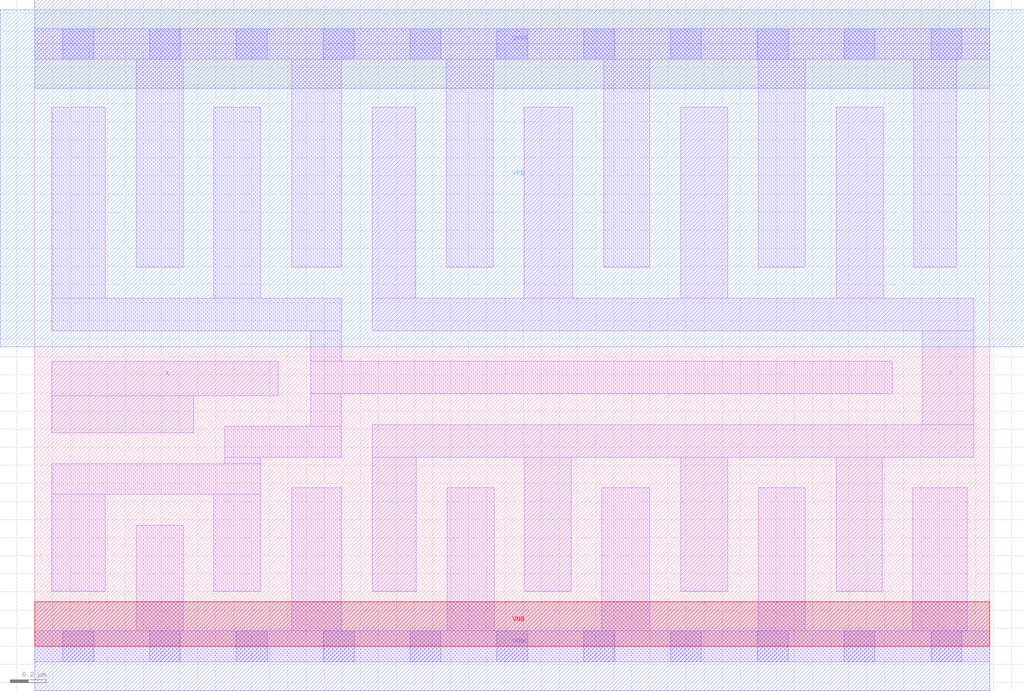
<source format=lef>
# Copyright 2020 The SkyWater PDK Authors
#
# Licensed under the Apache License, Version 2.0 (the "License");
# you may not use this file except in compliance with the License.
# You may obtain a copy of the License at
#
#     https://www.apache.org/licenses/LICENSE-2.0
#
# Unless required by applicable law or agreed to in writing, software
# distributed under the License is distributed on an "AS IS" BASIS,
# WITHOUT WARRANTIES OR CONDITIONS OF ANY KIND, either express or implied.
# See the License for the specific language governing permissions and
# limitations under the License.
#
# SPDX-License-Identifier: Apache-2.0

VERSION 5.7 ;
  NOWIREEXTENSIONATPIN ON ;
  DIVIDERCHAR "/" ;
  BUSBITCHARS "[]" ;
MACRO sky130_fd_sc_lp__buf_8
  CLASS CORE ;
  FOREIGN sky130_fd_sc_lp__buf_8 ;
  ORIGIN  0.000000  0.000000 ;
  SIZE  5.280000 BY  3.330000 ;
  SYMMETRY X Y R90 ;
  SITE unit ;
  PIN A
    ANTENNAGATEAREA  0.945000 ;
    DIRECTION INPUT ;
    USE SIGNAL ;
    PORT
      LAYER li1 ;
        RECT 0.095000 1.180000 0.880000 1.385000 ;
        RECT 0.095000 1.385000 1.345000 1.575000 ;
    END
  END A
  PIN X
    ANTENNADIFFAREA  2.352000 ;
    DIRECTION OUTPUT ;
    USE SIGNAL ;
    PORT
      LAYER li1 ;
        RECT 1.865000 0.305000 2.110000 1.045000 ;
        RECT 1.865000 1.045000 5.190000 1.225000 ;
        RECT 1.865000 1.745000 5.190000 1.925000 ;
        RECT 1.865000 1.925000 2.105000 2.980000 ;
        RECT 2.705000 1.925000 2.975000 2.980000 ;
        RECT 2.710000 0.305000 2.965000 1.045000 ;
        RECT 3.570000 0.305000 3.830000 1.045000 ;
        RECT 3.570000 1.925000 3.830000 2.980000 ;
        RECT 4.430000 0.305000 4.685000 1.045000 ;
        RECT 4.430000 1.925000 4.690000 2.980000 ;
        RECT 4.910000 1.225000 5.190000 1.745000 ;
    END
  END X
  PIN VGND
    DIRECTION INOUT ;
    USE GROUND ;
    PORT
      LAYER met1 ;
        RECT 0.000000 -0.245000 5.280000 0.245000 ;
    END
  END VGND
  PIN VNB
    DIRECTION INOUT ;
    USE GROUND ;
    PORT
      LAYER pwell ;
        RECT 0.000000 0.000000 5.280000 0.245000 ;
    END
  END VNB
  PIN VPB
    DIRECTION INOUT ;
    USE POWER ;
    PORT
      LAYER nwell ;
        RECT -0.190000 1.655000 5.470000 3.520000 ;
    END
  END VPB
  PIN VPWR
    DIRECTION INOUT ;
    USE POWER ;
    PORT
      LAYER met1 ;
        RECT 0.000000 3.085000 5.280000 3.575000 ;
    END
  END VPWR
  OBS
    LAYER li1 ;
      RECT 0.000000 -0.085000 5.280000 0.085000 ;
      RECT 0.000000  3.245000 5.280000 3.415000 ;
      RECT 0.095000  0.305000 0.390000 0.840000 ;
      RECT 0.095000  0.840000 1.250000 1.010000 ;
      RECT 0.095000  1.745000 1.695000 1.925000 ;
      RECT 0.095000  1.925000 0.390000 2.980000 ;
      RECT 0.560000  0.085000 0.820000 0.670000 ;
      RECT 0.560000  2.095000 0.820000 3.245000 ;
      RECT 0.990000  0.305000 1.250000 0.840000 ;
      RECT 0.990000  1.925000 1.250000 2.980000 ;
      RECT 1.050000  1.010000 1.250000 1.045000 ;
      RECT 1.050000  1.045000 1.695000 1.215000 ;
      RECT 1.420000  0.085000 1.695000 0.875000 ;
      RECT 1.420000  2.095000 1.695000 3.245000 ;
      RECT 1.525000  1.215000 1.695000 1.395000 ;
      RECT 1.525000  1.395000 4.740000 1.575000 ;
      RECT 1.525000  1.575000 1.695000 1.745000 ;
      RECT 2.275000  2.095000 2.535000 3.245000 ;
      RECT 2.280000  0.085000 2.540000 0.875000 ;
      RECT 3.135000  0.085000 3.400000 0.875000 ;
      RECT 3.145000  2.095000 3.400000 3.245000 ;
      RECT 4.000000  0.085000 4.260000 0.875000 ;
      RECT 4.000000  2.095000 4.260000 3.245000 ;
      RECT 4.855000  0.085000 5.155000 0.875000 ;
      RECT 4.860000  2.095000 5.095000 3.245000 ;
    LAYER mcon ;
      RECT 0.155000 -0.085000 0.325000 0.085000 ;
      RECT 0.155000  3.245000 0.325000 3.415000 ;
      RECT 0.635000 -0.085000 0.805000 0.085000 ;
      RECT 0.635000  3.245000 0.805000 3.415000 ;
      RECT 1.115000 -0.085000 1.285000 0.085000 ;
      RECT 1.115000  3.245000 1.285000 3.415000 ;
      RECT 1.595000 -0.085000 1.765000 0.085000 ;
      RECT 1.595000  3.245000 1.765000 3.415000 ;
      RECT 2.075000 -0.085000 2.245000 0.085000 ;
      RECT 2.075000  3.245000 2.245000 3.415000 ;
      RECT 2.555000 -0.085000 2.725000 0.085000 ;
      RECT 2.555000  3.245000 2.725000 3.415000 ;
      RECT 3.035000 -0.085000 3.205000 0.085000 ;
      RECT 3.035000  3.245000 3.205000 3.415000 ;
      RECT 3.515000 -0.085000 3.685000 0.085000 ;
      RECT 3.515000  3.245000 3.685000 3.415000 ;
      RECT 3.995000 -0.085000 4.165000 0.085000 ;
      RECT 3.995000  3.245000 4.165000 3.415000 ;
      RECT 4.475000 -0.085000 4.645000 0.085000 ;
      RECT 4.475000  3.245000 4.645000 3.415000 ;
      RECT 4.955000 -0.085000 5.125000 0.085000 ;
      RECT 4.955000  3.245000 5.125000 3.415000 ;
  END
END sky130_fd_sc_lp__buf_8
END LIBRARY

</source>
